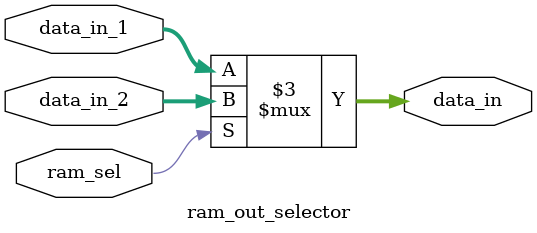
<source format=v>
module ram_out_selector (input ram_sel,
                         input [7:0] data_in_1,
                         input [7:0] data_in_2,
                         output reg [7:0] data_in);

    always #2 begin
    if(ram_sel)
    data_in = data_in_2;
    else
    data_in = data_in_1;
    end
    endmodule
</source>
